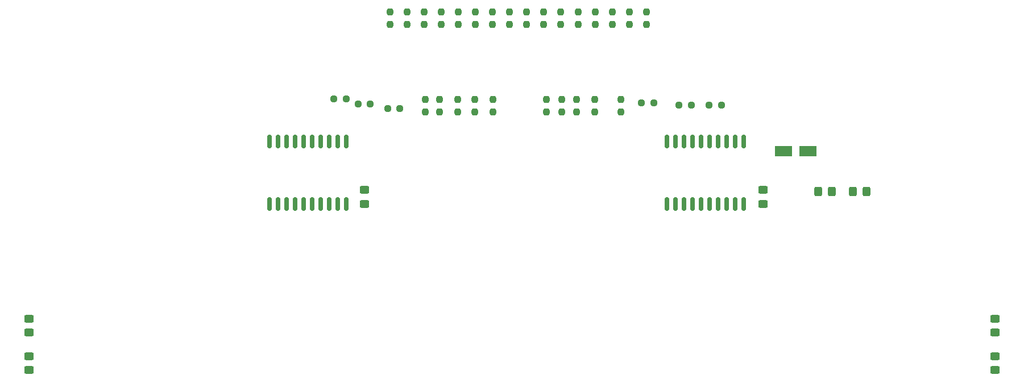
<source format=gbr>
G04 #@! TF.GenerationSoftware,KiCad,Pcbnew,(6.0.7)*
G04 #@! TF.CreationDate,2022-08-12T23:31:19-04:00*
G04 #@! TF.ProjectId,PB_16,50425f31-362e-46b6-9963-61645f706362,v4*
G04 #@! TF.SameCoordinates,Original*
G04 #@! TF.FileFunction,Paste,Top*
G04 #@! TF.FilePolarity,Positive*
%FSLAX46Y46*%
G04 Gerber Fmt 4.6, Leading zero omitted, Abs format (unit mm)*
G04 Created by KiCad (PCBNEW (6.0.7)) date 2022-08-12 23:31:19*
%MOMM*%
%LPD*%
G01*
G04 APERTURE LIST*
G04 Aperture macros list*
%AMRoundRect*
0 Rectangle with rounded corners*
0 $1 Rounding radius*
0 $2 $3 $4 $5 $6 $7 $8 $9 X,Y pos of 4 corners*
0 Add a 4 corners polygon primitive as box body*
4,1,4,$2,$3,$4,$5,$6,$7,$8,$9,$2,$3,0*
0 Add four circle primitives for the rounded corners*
1,1,$1+$1,$2,$3*
1,1,$1+$1,$4,$5*
1,1,$1+$1,$6,$7*
1,1,$1+$1,$8,$9*
0 Add four rect primitives between the rounded corners*
20,1,$1+$1,$2,$3,$4,$5,0*
20,1,$1+$1,$4,$5,$6,$7,0*
20,1,$1+$1,$6,$7,$8,$9,0*
20,1,$1+$1,$8,$9,$2,$3,0*%
G04 Aperture macros list end*
%ADD10RoundRect,0.249999X0.450001X-0.325001X0.450001X0.325001X-0.450001X0.325001X-0.450001X-0.325001X0*%
%ADD11RoundRect,0.249999X-0.450001X0.325001X-0.450001X-0.325001X0.450001X-0.325001X0.450001X0.325001X0*%
%ADD12RoundRect,0.249999X0.325001X0.450001X-0.325001X0.450001X-0.325001X-0.450001X0.325001X-0.450001X0*%
%ADD13RoundRect,0.150000X-0.150000X0.875000X-0.150000X-0.875000X0.150000X-0.875000X0.150000X0.875000X0*%
%ADD14RoundRect,0.237500X-0.237500X0.250000X-0.237500X-0.250000X0.237500X-0.250000X0.237500X0.250000X0*%
%ADD15RoundRect,0.237500X0.237500X-0.250000X0.237500X0.250000X-0.237500X0.250000X-0.237500X-0.250000X0*%
%ADD16RoundRect,0.237500X0.250000X0.237500X-0.250000X0.237500X-0.250000X-0.237500X0.250000X-0.237500X0*%
%ADD17RoundRect,0.250000X-1.050000X-0.550000X1.050000X-0.550000X1.050000X0.550000X-1.050000X0.550000X0*%
%ADD18RoundRect,0.237500X-0.250000X-0.237500X0.250000X-0.237500X0.250000X0.237500X-0.250000X0.237500X0*%
G04 APERTURE END LIST*
D10*
X181901000Y-104642800D03*
X181901000Y-102592800D03*
X122501000Y-104642800D03*
X122501000Y-102592800D03*
D11*
X72601000Y-121806000D03*
X72601000Y-123856000D03*
X72601000Y-127367000D03*
X72601000Y-129417000D03*
D12*
X192126000Y-102817800D03*
X190076000Y-102817800D03*
X197326000Y-102817800D03*
X195276000Y-102817800D03*
D11*
X216401000Y-127367000D03*
X216401000Y-129417000D03*
X216401000Y-121806000D03*
X216401000Y-123856000D03*
D13*
X179016000Y-95367800D03*
X177746000Y-95367800D03*
X176476000Y-95367800D03*
X175206000Y-95367800D03*
X173936000Y-95367800D03*
X172666000Y-95367800D03*
X171396000Y-95367800D03*
X170126000Y-95367800D03*
X168856000Y-95367800D03*
X167586000Y-95367800D03*
X167586000Y-104667800D03*
X168856000Y-104667800D03*
X170126000Y-104667800D03*
X171396000Y-104667800D03*
X172666000Y-104667800D03*
X173936000Y-104667800D03*
X175206000Y-104667800D03*
X176476000Y-104667800D03*
X177746000Y-104667800D03*
X179016000Y-104667800D03*
X119816000Y-95367800D03*
X118546000Y-95367800D03*
X117276000Y-95367800D03*
X116006000Y-95367800D03*
X114736000Y-95367800D03*
X113466000Y-95367800D03*
X112196000Y-95367800D03*
X110926000Y-95367800D03*
X109656000Y-95367800D03*
X108386000Y-95367800D03*
X108386000Y-104667800D03*
X109656000Y-104667800D03*
X110926000Y-104667800D03*
X112196000Y-104667800D03*
X113466000Y-104667800D03*
X114736000Y-104667800D03*
X116006000Y-104667800D03*
X117276000Y-104667800D03*
X118546000Y-104667800D03*
X119816000Y-104667800D03*
D14*
X133701000Y-89105300D03*
X133701000Y-90930300D03*
D15*
X144159000Y-77930300D03*
X144159000Y-76105300D03*
D14*
X149601000Y-89105300D03*
X149601000Y-90930300D03*
D15*
X161967000Y-77930300D03*
X161967000Y-76105300D03*
D16*
X127813500Y-90417800D03*
X125988500Y-90417800D03*
D15*
X126351000Y-77930300D03*
X126351000Y-76105300D03*
D14*
X151901000Y-89105300D03*
X151901000Y-90930300D03*
X141701000Y-89105300D03*
X141701000Y-90930300D03*
D15*
X141615000Y-77930300D03*
X141615000Y-76105300D03*
D16*
X119813500Y-89017800D03*
X117988500Y-89017800D03*
D15*
X146703000Y-77930300D03*
X146703000Y-76105300D03*
D17*
X184951000Y-96817800D03*
X188551000Y-96817800D03*
D15*
X131439000Y-77930300D03*
X131439000Y-76105300D03*
D14*
X139001000Y-89105300D03*
X139001000Y-90930300D03*
X136401000Y-89105300D03*
X136401000Y-90930300D03*
D18*
X173888500Y-89917800D03*
X175713500Y-89917800D03*
X169388500Y-89917800D03*
X171213500Y-89917800D03*
D15*
X154335000Y-77930300D03*
X154335000Y-76105300D03*
D14*
X156801000Y-89105300D03*
X156801000Y-90930300D03*
D15*
X139071000Y-77930300D03*
X139071000Y-76105300D03*
X151791000Y-77930300D03*
X151791000Y-76105300D03*
X136527000Y-77930300D03*
X136527000Y-76105300D03*
D14*
X154101000Y-89105300D03*
X154101000Y-90930300D03*
D15*
X164511000Y-77930300D03*
X164511000Y-76105300D03*
X149247000Y-77930300D03*
X149247000Y-76105300D03*
X159423000Y-77930300D03*
X159423000Y-76105300D03*
X133983000Y-77930300D03*
X133983000Y-76105300D03*
X128895000Y-77930300D03*
X128895000Y-76105300D03*
D14*
X160701000Y-89105300D03*
X160701000Y-90930300D03*
D18*
X163788500Y-89617800D03*
X165613500Y-89617800D03*
D14*
X131601000Y-89105300D03*
X131601000Y-90930300D03*
D16*
X123413500Y-89817800D03*
X121588500Y-89817800D03*
D15*
X156879000Y-77930300D03*
X156879000Y-76105300D03*
M02*

</source>
